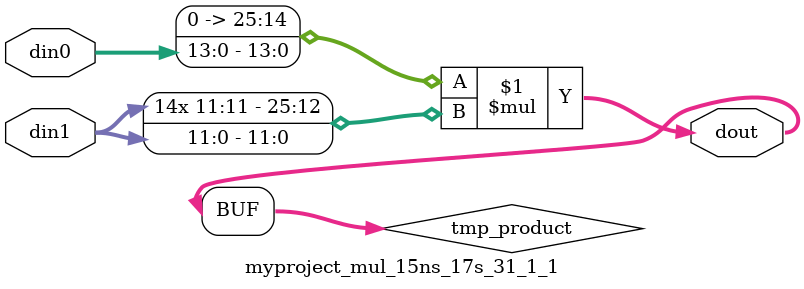
<source format=v>

`timescale 1 ns / 1 ps

  module myproject_mul_15ns_17s_31_1_1(din0, din1, dout);
parameter ID = 1;
parameter NUM_STAGE = 0;
parameter din0_WIDTH = 14;
parameter din1_WIDTH = 12;
parameter dout_WIDTH = 26;

input [din0_WIDTH - 1 : 0] din0; 
input [din1_WIDTH - 1 : 0] din1; 
output [dout_WIDTH - 1 : 0] dout;

wire signed [dout_WIDTH - 1 : 0] tmp_product;











assign tmp_product = $signed({1'b0, din0}) * $signed(din1);










assign dout = tmp_product;







endmodule

</source>
